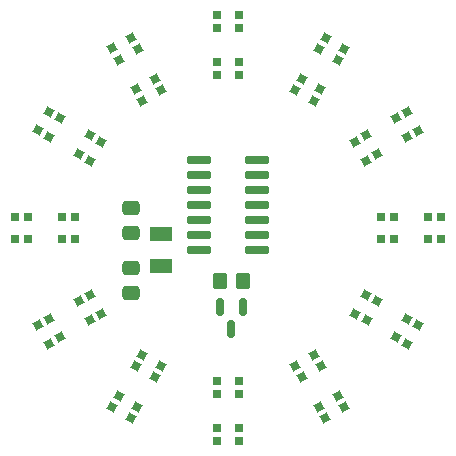
<source format=gtp>
G04 #@! TF.GenerationSoftware,KiCad,Pcbnew,(6.0.11)*
G04 #@! TF.CreationDate,2023-03-31T13:58:03+02:00*
G04 #@! TF.ProjectId,Horloge,486f726c-6f67-4652-9e6b-696361645f70,rev?*
G04 #@! TF.SameCoordinates,Original*
G04 #@! TF.FileFunction,Paste,Top*
G04 #@! TF.FilePolarity,Positive*
%FSLAX46Y46*%
G04 Gerber Fmt 4.6, Leading zero omitted, Abs format (unit mm)*
G04 Created by KiCad (PCBNEW (6.0.11)) date 2023-03-31 13:58:03*
%MOMM*%
%LPD*%
G01*
G04 APERTURE LIST*
G04 Aperture macros list*
%AMRoundRect*
0 Rectangle with rounded corners*
0 $1 Rounding radius*
0 $2 $3 $4 $5 $6 $7 $8 $9 X,Y pos of 4 corners*
0 Add a 4 corners polygon primitive as box body*
4,1,4,$2,$3,$4,$5,$6,$7,$8,$9,$2,$3,0*
0 Add four circle primitives for the rounded corners*
1,1,$1+$1,$2,$3*
1,1,$1+$1,$4,$5*
1,1,$1+$1,$6,$7*
1,1,$1+$1,$8,$9*
0 Add four rect primitives between the rounded corners*
20,1,$1+$1,$2,$3,$4,$5,0*
20,1,$1+$1,$4,$5,$6,$7,0*
20,1,$1+$1,$6,$7,$8,$9,0*
20,1,$1+$1,$8,$9,$2,$3,0*%
%AMRotRect*
0 Rectangle, with rotation*
0 The origin of the aperture is its center*
0 $1 length*
0 $2 width*
0 $3 Rotation angle, in degrees counterclockwise*
0 Add horizontal line*
21,1,$1,$2,0,0,$3*%
G04 Aperture macros list end*
%ADD10R,0.700000X0.700000*%
%ADD11RotRect,0.700000X0.700000X120.000000*%
%ADD12RotRect,0.700000X0.700000X150.000000*%
%ADD13RoundRect,0.250000X0.475000X-0.337500X0.475000X0.337500X-0.475000X0.337500X-0.475000X-0.337500X0*%
%ADD14RoundRect,0.250000X-0.350000X-0.450000X0.350000X-0.450000X0.350000X0.450000X-0.350000X0.450000X0*%
%ADD15RotRect,0.700000X0.700000X300.000000*%
%ADD16R,1.900000X1.150000*%
%ADD17RotRect,0.700000X0.700000X240.000000*%
%ADD18RotRect,0.700000X0.700000X330.000000*%
%ADD19RotRect,0.700000X0.700000X30.000000*%
%ADD20RoundRect,0.150000X-0.150000X0.587500X-0.150000X-0.587500X0.150000X-0.587500X0.150000X0.587500X0*%
%ADD21RotRect,0.700000X0.700000X210.000000*%
%ADD22RoundRect,0.250000X-0.475000X0.337500X-0.475000X-0.337500X0.475000X-0.337500X0.475000X0.337500X0*%
%ADD23RotRect,0.700000X0.700000X60.000000*%
%ADD24RoundRect,0.090000X-0.895000X-0.210000X0.895000X-0.210000X0.895000X0.210000X-0.895000X0.210000X0*%
G04 APERTURE END LIST*
D10*
X66870001Y-90524022D03*
X65770001Y-90524022D03*
X65770001Y-92354022D03*
X66870001Y-92354022D03*
D11*
X95487708Y-85749069D03*
X96440336Y-85199069D03*
X95525336Y-83614243D03*
X94572708Y-84164243D03*
D12*
X93096671Y-77223718D03*
X93646671Y-76271090D03*
X92061845Y-75356090D03*
X91511845Y-76308718D03*
D13*
X75565000Y-91842500D03*
X75565000Y-89767500D03*
D14*
X83090000Y-95905000D03*
X85090000Y-95905000D03*
D12*
X91083660Y-80680305D03*
X91633660Y-79727677D03*
X90048834Y-78812677D03*
X89498834Y-79765305D03*
D10*
X84735000Y-74490000D03*
X84735000Y-73390000D03*
X82905000Y-73390000D03*
X82905000Y-74490000D03*
D15*
X72146059Y-97120139D03*
X71193431Y-97670139D03*
X72108431Y-99254965D03*
X73061059Y-98704965D03*
D16*
X78105000Y-91995000D03*
X78105000Y-94695000D03*
D10*
X82905000Y-104390000D03*
X82905000Y-105490000D03*
X84735000Y-105490000D03*
X84735000Y-104390000D03*
D17*
X69603967Y-82162899D03*
X68651339Y-81612899D03*
X67736339Y-83197725D03*
X68688967Y-83747725D03*
D10*
X82905000Y-108389999D03*
X82905000Y-109489999D03*
X84735000Y-109489999D03*
X84735000Y-108389999D03*
D18*
X74543582Y-105656427D03*
X73993582Y-106609055D03*
X75578408Y-107524055D03*
X76128408Y-106571427D03*
D19*
X89501510Y-103113151D03*
X90051510Y-104065779D03*
X91636336Y-103150779D03*
X91086336Y-102198151D03*
D20*
X85040000Y-98122500D03*
X83140000Y-98122500D03*
X84090000Y-99997500D03*
D10*
X96770000Y-92355000D03*
X97870000Y-92355000D03*
X97870000Y-90525000D03*
X96770000Y-90525000D03*
D21*
X76149264Y-76296533D03*
X75599264Y-75343905D03*
X74014438Y-76258905D03*
X74564438Y-77211533D03*
D10*
X100769997Y-92365801D03*
X101869997Y-92365801D03*
X101869997Y-90535801D03*
X100769997Y-90535801D03*
X70870000Y-90525000D03*
X69770000Y-90525000D03*
X69770000Y-92355000D03*
X70870000Y-92355000D03*
D18*
X76545640Y-102193514D03*
X75995640Y-103146142D03*
X77580466Y-104061142D03*
X78130466Y-103108514D03*
D10*
X84735000Y-78490000D03*
X84735000Y-77390000D03*
X82905000Y-77390000D03*
X82905000Y-78490000D03*
D17*
X73066789Y-84165113D03*
X72114161Y-83615113D03*
X71199161Y-85199939D03*
X72151789Y-85749939D03*
D22*
X75565000Y-94847500D03*
X75565000Y-96922500D03*
D11*
X98954431Y-83753604D03*
X99907059Y-83203604D03*
X98992059Y-81618778D03*
X98039431Y-82168778D03*
D15*
X68681539Y-99119414D03*
X67728911Y-99669414D03*
X68643911Y-101254240D03*
X69596539Y-100704240D03*
D23*
X94578229Y-98706201D03*
X95530857Y-99256201D03*
X96445857Y-97671375D03*
X95493229Y-97121375D03*
D24*
X81345000Y-85725000D03*
X81345000Y-86995000D03*
X81345000Y-88265000D03*
X81345000Y-89535000D03*
X81345000Y-90805000D03*
X81345000Y-92075000D03*
X81345000Y-93345000D03*
X86295000Y-93345000D03*
X86295000Y-92075000D03*
X86295000Y-90805000D03*
X86295000Y-89535000D03*
X86295000Y-88265000D03*
X86295000Y-86995000D03*
X86295000Y-85725000D03*
D19*
X91501190Y-106577436D03*
X92051190Y-107530064D03*
X93636016Y-106615064D03*
X93086016Y-105662436D03*
D21*
X78146555Y-79762197D03*
X77596555Y-78809569D03*
X76011729Y-79724569D03*
X76561729Y-80677197D03*
D23*
X98039702Y-100710750D03*
X98992330Y-101260750D03*
X99907330Y-99675924D03*
X98954702Y-99125924D03*
M02*

</source>
